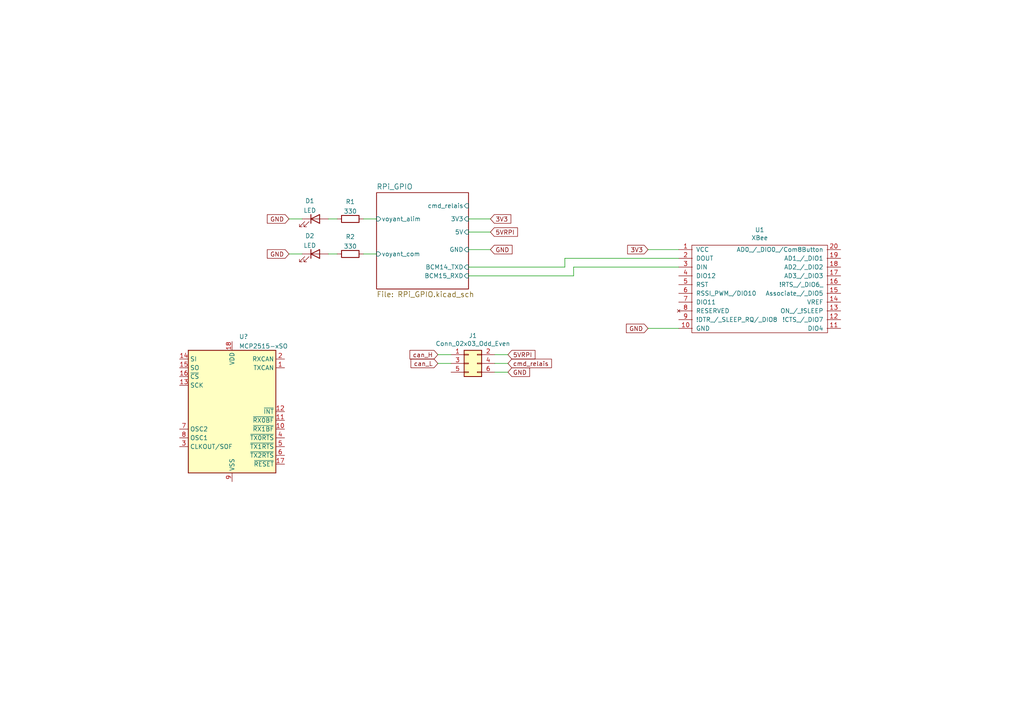
<source format=kicad_sch>
(kicad_sch (version 20211123) (generator eeschema)
  (paper "A4")
  (lib_symbols
    (symbol "Connector_Generic:Conn_02x03_Odd_Even" (pin_names (offset 1.016) hide)
      (property "Reference" "J" (at 1.27 5.08 0))
      (property "Value" "Conn_02x03_Odd_Even" (at 1.27 -5.08 0))
      (symbol "Conn_02x03_Odd_Even_1_1"
        (rectangle (start -1.27 -2.413) (end 0 -2.667) (stroke (width 0.1524)))
        (rectangle (start -1.27 0.127) (end 0 -0.127) (stroke (width 0.1524)))
        (rectangle (start -1.27 2.667) (end 0 2.413) (stroke (width 0.1524)))
        (rectangle (start -1.27 3.81) (end 3.81 -3.81) (stroke (width 0.254)) (fill (type background)))
        (rectangle (start 3.81 -2.413) (end 2.54 -2.667) (stroke (width 0.1524)))
        (rectangle (start 3.81 0.127) (end 2.54 -0.127) (stroke (width 0.1524)))
        (rectangle (start 3.81 2.667) (end 2.54 2.413) (stroke (width 0.1524)))
        (pin passive line (at -5.08 2.54 0) (length 3.81) (name "Pin_1") (number "1"))
        (pin passive line (at 7.62 2.54 180) (length 3.81) (name "Pin_2") (number "2"))
        (pin passive line (at -5.08 0 0) (length 3.81) (name "Pin_3") (number "3"))
        (pin passive line (at 7.62 0 180) (length 3.81) (name "Pin_4") (number "4"))
        (pin passive line (at -5.08 -2.54 0) (length 3.81) (name "Pin_5") (number "5"))
        (pin passive line (at 7.62 -2.54 180) (length 3.81) (name "Pin_6") (number "6"))
      )
    )
    (symbol "Device:LED" (pin_numbers hide) (pin_names (offset 1.016) hide)
      (property "Reference" "D" (at 0 2.54 0))
      (property "Value" "LED" (at 0 -2.54 0))
      (symbol "LED_0_1"
        (polyline (pts (xy -1.27 -1.27) (xy -1.27 1.27)) (stroke (width 0.254)))
        (polyline (pts (xy -1.27 0) (xy 1.27 0)))
        (polyline (pts (xy 1.27 -1.27) (xy 1.27 1.27) (xy -1.27 0) (xy 1.27 -1.27)) (stroke (width 0.254)))
        (polyline (pts (xy -3.048 -0.762) (xy -4.572 -2.286) (xy -3.81 -2.286) (xy -4.572 -2.286) (xy -4.572 -1.524)))
        (polyline (pts (xy -1.778 -0.762) (xy -3.302 -2.286) (xy -2.54 -2.286) (xy -3.302 -2.286) (xy -3.302 -1.524)))
      )
      (symbol "LED_1_1"
        (pin passive line (at -3.81 0 0) (length 2.54) (name "K") (number "1"))
        (pin passive line (at 3.81 0 180) (length 2.54) (name "A") (number "2"))
      )
    )
    (symbol "Device:R" (pin_numbers hide) (pin_names (offset 0))
      (property "Reference" "R" (at 2.032 0 90))
      (property "Value" "R" (at 0 0 90))
      (symbol "R_0_1"
        (rectangle (start -1.016 -2.54) (end 1.016 2.54) (stroke (width 0.254)))
      )
      (symbol "R_1_1"
        (pin passive line (at 0 3.81 270) (length 1.27) (name "~") (number "1"))
        (pin passive line (at 0 -3.81 90) (length 1.27) (name "~") (number "2"))
      )
    )
    (symbol "Interface_CAN_LIN:MCP2515-xSO"
      (property "Reference" "U" (at -10.16 19.685 0))
      (property "Value" "MCP2515-xSO" (at 19.05 20.32 0))
      (symbol "MCP2515-xSO_0_1"
        (rectangle (start -12.7 17.78) (end 12.7 -17.78) (stroke (width 0.254)) (fill (type background)))
      )
      (symbol "MCP2515-xSO_1_1"
        (pin output line (at 15.24 12.7 180) (length 2.54) (name "TXCAN") (number "1"))
        (pin output line (at 15.24 -5.08 180) (length 2.54) (name "~{RX1BF}") (number "10"))
        (pin output line (at 15.24 -2.54 180) (length 2.54) (name "~{RX0BF}") (number "11"))
        (pin output line (at 15.24 0 180) (length 2.54) (name "~{INT}") (number "12"))
        (pin input line (at -15.24 7.62 0) (length 2.54) (name "SCK") (number "13"))
        (pin input line (at -15.24 15.24 0) (length 2.54) (name "SI") (number "14"))
        (pin output line (at -15.24 12.7 0) (length 2.54) (name "SO") (number "15"))
        (pin input line (at -15.24 10.16 0) (length 2.54) (name "~{CS}") (number "16"))
        (pin input line (at 15.24 -15.24 180) (length 2.54) (name "~{RESET}") (number "17"))
        (pin power_in line (at 0 20.32 270) (length 2.54) (name "VDD") (number "18"))
        (pin input line (at 15.24 15.24 180) (length 2.54) (name "RXCAN") (number "2"))
        (pin output line (at -15.24 -10.16 0) (length 2.54) (name "CLKOUT/SOF") (number "3"))
        (pin input line (at 15.24 -7.62 180) (length 2.54) (name "~{TX0RTS}") (number "4"))
        (pin input line (at 15.24 -10.16 180) (length 2.54) (name "~{TX1RTS}") (number "5"))
        (pin input line (at 15.24 -12.7 180) (length 2.54) (name "~{TX2RTS}") (number "6"))
        (pin output line (at -15.24 -5.08 0) (length 2.54) (name "OSC2") (number "7"))
        (pin input line (at -15.24 -7.62 0) (length 2.54) (name "OSC1") (number "8"))
        (pin power_in line (at 0 -20.32 90) (length 2.54) (name "VSS") (number "9"))
      )
    )
    (symbol "bus_raspi-rescue:XBeePro-xbeepro" (pin_names (offset 1.016))
      (property "Reference" "U" (at 24.13 35.56 0))
      (property "Value" "XBeePro-xbeepro" (at 24.13 33.02 0))
      (symbol "XBeePro-xbeepro_0_1"
        (rectangle (start 3.81 5.08) (end 43.18 30.48))
      )
      (symbol "XBeePro-xbeepro_1_1"
        (pin input line (at 0 29.21 0) (length 3.9878) (name "VCC") (number "1"))
        (pin power_in line (at 0 6.35 0) (length 3.9878) (name "GND") (number "10"))
        (pin bidirectional line (at 46.99 6.35 180) (length 3.9878) (name "DIO4") (number "11"))
        (pin output line (at 46.99 8.89 180) (length 3.9878) (name "!CTS_/_DIO7") (number "12"))
        (pin output line (at 46.99 11.43 180) (length 3.9878) (name "ON_/_!SLEEP") (number "13"))
        (pin input line (at 46.99 13.97 180) (length 3.9878) (name "VREF") (number "14"))
        (pin bidirectional line (at 46.99 16.51 180) (length 3.9878) (name "Associate_/_DIO5") (number "15"))
        (pin bidirectional line (at 46.99 19.05 180) (length 3.9878) (name "!RTS_/_DIO6_") (number "16"))
        (pin bidirectional line (at 46.99 21.59 180) (length 3.9878) (name "AD3_/_DIO3") (number "17"))
        (pin bidirectional line (at 46.99 24.13 180) (length 3.9878) (name "AD2_/_DIO2") (number "18"))
        (pin bidirectional line (at 46.99 26.67 180) (length 3.9878) (name "AD1_/_DIO1") (number "19"))
        (pin output line (at 0 26.67 0) (length 3.9878) (name "DOUT") (number "2"))
        (pin bidirectional line (at 46.99 29.21 180) (length 3.9878) (name "AD0_/_DIO0_/Com8Button") (number "20"))
        (pin input line (at 0 24.13 0) (length 3.9878) (name "DIN") (number "3"))
        (pin bidirectional line (at 0 21.59 0) (length 3.9878) (name "DIO12") (number "4"))
        (pin bidirectional line (at 0 19.05 0) (length 3.9878) (name "RST") (number "5"))
        (pin bidirectional line (at 0 16.51 0) (length 3.9878) (name "RSSI_PWM_/DIO10") (number "6"))
        (pin bidirectional line (at 0 13.97 0) (length 3.9878) (name "DIO11") (number "7"))
        (pin no_connect line (at 0 11.43 0) (length 3.9878) (name "RESERVED") (number "8"))
        (pin bidirectional line (at 0 8.89 0) (length 3.9878) (name "!DTR_/_SLEEP_RQ/_DIO8") (number "9"))
      )
    )
  )
  (wire (pts (xy 143.51 102.87) (xy 147.32 102.87)))
  (wire (pts (xy 147.32 107.95) (xy 143.51 107.95)))
  (wire (pts (xy 163.83 77.47) (xy 135.89 77.47)))
  (wire (pts (xy 105.41 73.66) (xy 109.22 73.66)))
  (wire (pts (xy 147.32 105.41) (xy 143.51 105.41)))
  (wire (pts (xy 166.37 80.01) (xy 135.89 80.01)))
  (wire (pts (xy 95.25 73.66) (xy 97.79 73.66)))
  (wire (pts (xy 166.37 77.47) (xy 166.37 80.01)))
  (wire (pts (xy 187.96 72.39) (xy 196.85 72.39)))
  (wire (pts (xy 135.89 63.5) (xy 142.24 63.5)))
  (wire (pts (xy 127 105.41) (xy 130.81 105.41)))
  (wire (pts (xy 196.85 74.93) (xy 163.83 74.93)))
  (wire (pts (xy 196.85 77.47) (xy 166.37 77.47)))
  (wire (pts (xy 163.83 74.93) (xy 163.83 77.47)))
  (wire (pts (xy 95.25 63.5) (xy 97.79 63.5)))
  (wire (pts (xy 83.82 73.66) (xy 87.63 73.66)))
  (wire (pts (xy 135.89 72.39) (xy 142.24 72.39)))
  (wire (pts (xy 135.89 67.31) (xy 142.24 67.31)))
  (wire (pts (xy 83.82 63.5) (xy 87.63 63.5)))
  (wire (pts (xy 127 102.87) (xy 130.81 102.87)))
  (wire (pts (xy 187.96 95.25) (xy 196.85 95.25)))
  (wire (pts (xy 105.41 63.5) (xy 109.22 63.5)))
  (global_label "3V3" (shape input) (at 142.24 63.5 0) (property "Intersheet References" "${INTERSHEET_REFS}" (effects hide)))
  (global_label "GND" (shape input) (at 83.82 73.66 180) (property "Intersheet References" "${INTERSHEET_REFS}" (effects hide)))
  (global_label "5VRPI" (shape input) (at 147.32 102.87 0) (property "Intersheet References" "${INTERSHEET_REFS}" (effects hide)))
  (global_label "GND" (shape input) (at 83.82 63.5 180) (property "Intersheet References" "${INTERSHEET_REFS}" (effects hide)))
  (global_label "3V3" (shape input) (at 187.96 72.39 180) (property "Intersheet References" "${INTERSHEET_REFS}" (effects hide)))
  (global_label "GND" (shape input) (at 142.24 72.39 0) (property "Intersheet References" "${INTERSHEET_REFS}" (effects hide)))
  (global_label "5VRPI" (shape input) (at 142.24 67.31 0) (property "Intersheet References" "${INTERSHEET_REFS}" (effects hide)))
  (global_label "GND" (shape input) (at 187.96 95.25 180) (property "Intersheet References" "${INTERSHEET_REFS}" (effects hide)))
  (global_label "can_L" (shape input) (at 127 105.41 180) (property "Intersheet References" "${INTERSHEET_REFS}" (effects hide)))
  (global_label "cmd_relais" (shape input) (at 147.32 105.41 0) (property "Intersheet References" "${INTERSHEET_REFS}" (effects hide)))
  (global_label "can_H" (shape input) (at 127 102.87 180) (property "Intersheet References" "${INTERSHEET_REFS}" (effects hide)))
  (global_label "GND" (shape input) (at 147.32 107.95 0) (property "Intersheet References" "${INTERSHEET_REFS}" (effects hide)))
  (symbol (lib_id "Interface_CAN_LIN:MCP2515-xSO") (at 67.31 119.38 0) (unit 1)
    (property "Reference" "U?" (at 69.3294 97.6335 0) (effects (justify left)))
    (property "Value" "MCP2515-xSO" (at 69.3294 100.4086 0) (effects (justify left)))
    (property "Footprint" "Package_SO:SOIC-18W_7.5x11.6mm_P1.27mm" (effects hide))
    (property "Datasheet" "http://ww1.microchip.com/downloads/en/DeviceDoc/21801e.pdf" (effects hide))
  )
  (symbol (lib_id "Device:LED") (at 91.44 63.5 0) (unit 1)
    (property "Reference" "D1" (at 89.8525 58.2635 0))
    (property "Value" "LED" (at 89.8525 61.0386 0))
  )
  (symbol (lib_id "bus_raspi-rescue:XBeePro-xbeepro") (at 196.85 101.6 0) (unit 1)
    (property "Reference" "U1" (at 220.345 66.675 0))
    (property "Value" "XBee" (at 220.345 68.9864 0))
    (property "Footprint" "Autre:XBEE-20_THT" (effects hide))
  )
  (symbol (lib_id "Connector_Generic:Conn_02x03_Odd_Even") (at 135.89 105.41 0) (unit 1)
    (property "Reference" "J1" (at 137.16 97.3582 0))
    (property "Value" "Conn_02x03_Odd_Even" (at 137.16 99.6696 0))
    (property "Footprint" "Connector_Hirose:Hirose_DF11-6DP-2DSA_2x03_P2.00mm_Vertical" (effects hide))
  )
  (symbol (lib_id "Device:R") (at 101.6 73.66 90) (unit 1)
    (property "Reference" "R2" (at 101.6 68.6775 90))
    (property "Value" "330" (at 101.6 71.4526 90))
  )
  (symbol (lib_id "Device:R") (at 101.6 63.5 90) (unit 1)
    (property "Reference" "R1" (at 101.6 58.5175 90))
    (property "Value" "330" (at 101.6 61.2926 90))
  )
  (symbol (lib_id "Device:LED") (at 91.44 73.66 0) (unit 1)
    (property "Reference" "D2" (at 89.8525 68.4235 0))
    (property "Value" "LED" (at 89.8525 71.1986 0))
  )
  (sheet (at 109.22 55.88) (size 26.67 27.94)
    (property "Sheet name" "RPi_GPIO" (at 109.22 55.0414 0) (effects (font (size 1.524 1.524)) (justify left bottom)))
    (property "Sheet file" "RPi_GPIO.kicad_sch" (at 109.22 84.5062 0) (effects (font (size 1.524 1.524)) (justify left top)))
    (pin "3V3" input (at 135.89 63.5 0))
    (pin "BCM14_TXD" input (at 135.89 77.47 0))
    (pin "BCM15_RXD" input (at 135.89 80.01 0))
    (pin "5V" input (at 135.89 67.31 0))
    (pin "GND" input (at 135.89 72.39 0))
    (pin "voyant_alim" input (at 109.22 63.5 180))
    (pin "cmd_relais" input (at 135.89 59.69 0))
    (pin "voyant_com" input (at 109.22 73.66 180))
  )
)
</source>
